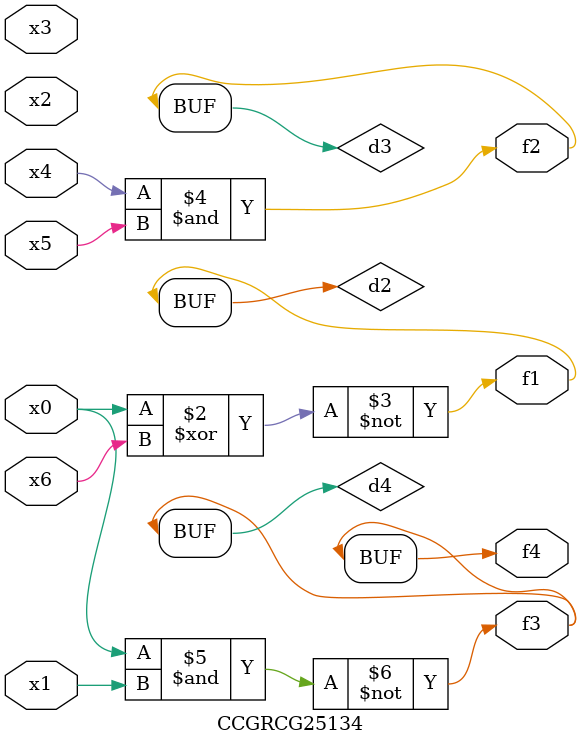
<source format=v>
module CCGRCG25134(
	input x0, x1, x2, x3, x4, x5, x6,
	output f1, f2, f3, f4
);

	wire d1, d2, d3, d4;

	nor (d1, x0);
	xnor (d2, x0, x6);
	and (d3, x4, x5);
	nand (d4, x0, x1);
	assign f1 = d2;
	assign f2 = d3;
	assign f3 = d4;
	assign f4 = d4;
endmodule

</source>
